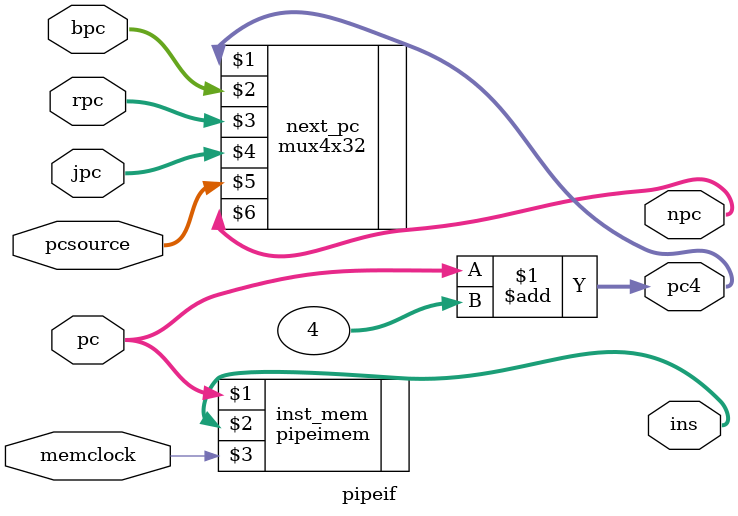
<source format=v>
module pipeif(pcsource,pc,bpc,rpc,jpc,npc,pc4,ins,memclock);
	input [31:0] pc,bpc,rpc,jpc;
	input [1:0] pcsource;
	output [31:0] npc,pc4,ins;
	input memclock;
	mux4x32 next_pc (pc4,bpc,rpc,jpc,pcsource,npc);
	//cla32 pc_plus4(pc,32'h4,1'b0,pc4);
	assign pc4 = pc + 32'h4;
	pipeimem inst_mem(pc,ins,memclock);
	
endmodule
</source>
